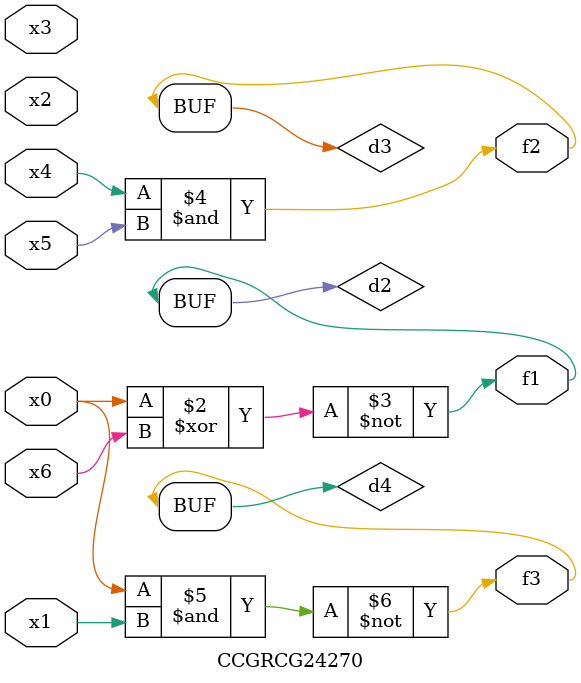
<source format=v>
module CCGRCG24270(
	input x0, x1, x2, x3, x4, x5, x6,
	output f1, f2, f3
);

	wire d1, d2, d3, d4;

	nor (d1, x0);
	xnor (d2, x0, x6);
	and (d3, x4, x5);
	nand (d4, x0, x1);
	assign f1 = d2;
	assign f2 = d3;
	assign f3 = d4;
endmodule

</source>
